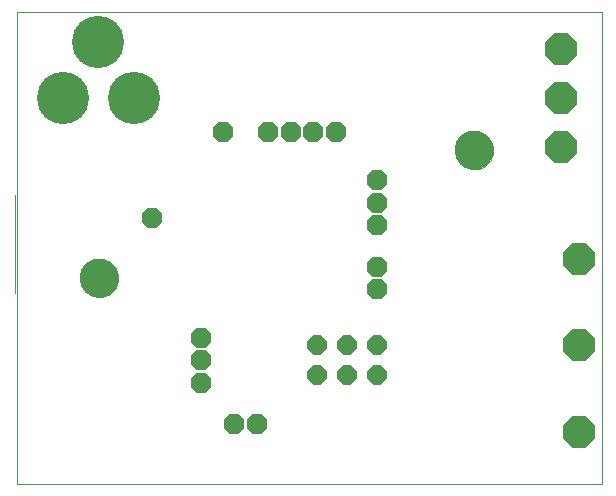
<source format=gbs>
G75*
G70*
%OFA0B0*%
%FSLAX24Y24*%
%IPPOS*%
%LPD*%
%AMOC8*
5,1,8,0,0,1.08239X$1,22.5*
%
%ADD10C,0.0000*%
%ADD11C,0.1300*%
%ADD12C,0.1740*%
%ADD13OC8,0.1040*%
%ADD14OC8,0.0640*%
%ADD15OC8,0.0670*%
D10*
X002000Y000430D02*
X002000Y016176D01*
X021495Y016176D01*
X021495Y000430D01*
X002000Y000430D01*
X001929Y006796D02*
X001929Y010064D01*
X004120Y007305D02*
X004122Y007355D01*
X004128Y007405D01*
X004138Y007454D01*
X004152Y007502D01*
X004169Y007549D01*
X004190Y007594D01*
X004215Y007638D01*
X004243Y007679D01*
X004275Y007718D01*
X004309Y007755D01*
X004346Y007789D01*
X004386Y007819D01*
X004428Y007846D01*
X004472Y007870D01*
X004518Y007891D01*
X004565Y007907D01*
X004613Y007920D01*
X004663Y007929D01*
X004712Y007934D01*
X004763Y007935D01*
X004813Y007932D01*
X004862Y007925D01*
X004911Y007914D01*
X004959Y007899D01*
X005005Y007881D01*
X005050Y007859D01*
X005093Y007833D01*
X005134Y007804D01*
X005173Y007772D01*
X005209Y007737D01*
X005241Y007699D01*
X005271Y007659D01*
X005298Y007616D01*
X005321Y007572D01*
X005340Y007526D01*
X005356Y007478D01*
X005368Y007429D01*
X005376Y007380D01*
X005380Y007330D01*
X005380Y007280D01*
X005376Y007230D01*
X005368Y007181D01*
X005356Y007132D01*
X005340Y007084D01*
X005321Y007038D01*
X005298Y006994D01*
X005271Y006951D01*
X005241Y006911D01*
X005209Y006873D01*
X005173Y006838D01*
X005134Y006806D01*
X005093Y006777D01*
X005050Y006751D01*
X005005Y006729D01*
X004959Y006711D01*
X004911Y006696D01*
X004862Y006685D01*
X004813Y006678D01*
X004763Y006675D01*
X004712Y006676D01*
X004663Y006681D01*
X004613Y006690D01*
X004565Y006703D01*
X004518Y006719D01*
X004472Y006740D01*
X004428Y006764D01*
X004386Y006791D01*
X004346Y006821D01*
X004309Y006855D01*
X004275Y006892D01*
X004243Y006931D01*
X004215Y006972D01*
X004190Y007016D01*
X004169Y007061D01*
X004152Y007108D01*
X004138Y007156D01*
X004128Y007205D01*
X004122Y007255D01*
X004120Y007305D01*
X016620Y011555D02*
X016622Y011605D01*
X016628Y011655D01*
X016638Y011704D01*
X016652Y011752D01*
X016669Y011799D01*
X016690Y011844D01*
X016715Y011888D01*
X016743Y011929D01*
X016775Y011968D01*
X016809Y012005D01*
X016846Y012039D01*
X016886Y012069D01*
X016928Y012096D01*
X016972Y012120D01*
X017018Y012141D01*
X017065Y012157D01*
X017113Y012170D01*
X017163Y012179D01*
X017212Y012184D01*
X017263Y012185D01*
X017313Y012182D01*
X017362Y012175D01*
X017411Y012164D01*
X017459Y012149D01*
X017505Y012131D01*
X017550Y012109D01*
X017593Y012083D01*
X017634Y012054D01*
X017673Y012022D01*
X017709Y011987D01*
X017741Y011949D01*
X017771Y011909D01*
X017798Y011866D01*
X017821Y011822D01*
X017840Y011776D01*
X017856Y011728D01*
X017868Y011679D01*
X017876Y011630D01*
X017880Y011580D01*
X017880Y011530D01*
X017876Y011480D01*
X017868Y011431D01*
X017856Y011382D01*
X017840Y011334D01*
X017821Y011288D01*
X017798Y011244D01*
X017771Y011201D01*
X017741Y011161D01*
X017709Y011123D01*
X017673Y011088D01*
X017634Y011056D01*
X017593Y011027D01*
X017550Y011001D01*
X017505Y010979D01*
X017459Y010961D01*
X017411Y010946D01*
X017362Y010935D01*
X017313Y010928D01*
X017263Y010925D01*
X017212Y010926D01*
X017163Y010931D01*
X017113Y010940D01*
X017065Y010953D01*
X017018Y010969D01*
X016972Y010990D01*
X016928Y011014D01*
X016886Y011041D01*
X016846Y011071D01*
X016809Y011105D01*
X016775Y011142D01*
X016743Y011181D01*
X016715Y011222D01*
X016690Y011266D01*
X016669Y011311D01*
X016652Y011358D01*
X016638Y011406D01*
X016628Y011455D01*
X016622Y011505D01*
X016620Y011555D01*
D11*
X017250Y011555D03*
X004750Y007305D03*
D12*
X005894Y013305D03*
X003531Y013305D03*
X004713Y015155D03*
D13*
X020125Y014930D03*
X020125Y013305D03*
X020125Y011680D03*
X020750Y007930D03*
X020750Y005055D03*
X020750Y002180D03*
D14*
X014000Y004055D03*
X013000Y004055D03*
X012000Y004055D03*
X012000Y005055D03*
X013000Y005055D03*
X014000Y005055D03*
D15*
X014000Y006930D03*
X014000Y007680D03*
X014000Y009055D03*
X014000Y009805D03*
X014000Y010555D03*
X012625Y012180D03*
X011875Y012180D03*
X011125Y012180D03*
X010375Y012180D03*
X008875Y012180D03*
X006500Y009305D03*
X008125Y005305D03*
X008125Y004555D03*
X008125Y003805D03*
X009250Y002430D03*
X010000Y002430D03*
M02*

</source>
